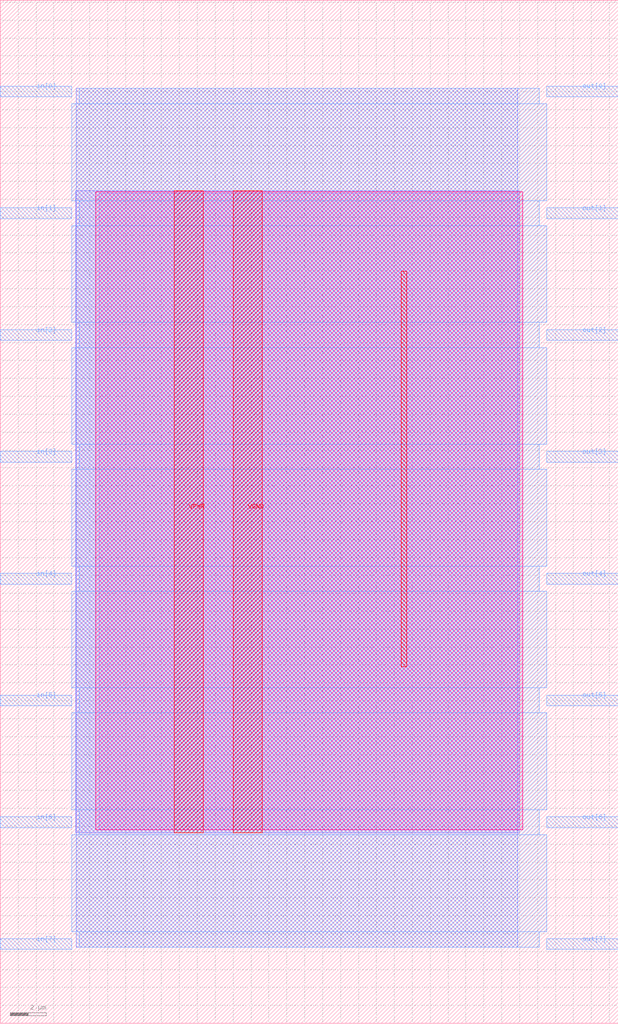
<source format=lef>
VERSION 5.7 ;
  NOWIREEXTENSIONATPIN ON ;
  DIVIDERCHAR "/" ;
  BUSBITCHARS "[]" ;
MACRO twos_complement
  CLASS BLOCK ;
  FOREIGN twos_complement ;
  ORIGIN 0.000 0.000 ;
  SIZE 34.500 BY 57.120 ;
  PIN VGND
    DIRECTION INOUT ;
    USE GROUND ;
    PORT
      LAYER met4 ;
        RECT 13.020 10.640 14.620 46.480 ;
    END
  END VGND
  PIN VPWR
    DIRECTION INOUT ;
    USE POWER ;
    PORT
      LAYER met4 ;
        RECT 9.720 10.640 11.320 46.480 ;
    END
  END VPWR
  PIN in[0]
    DIRECTION INPUT ;
    USE SIGNAL ;
    ANTENNAGATEAREA 0.126000 ;
    PORT
      LAYER met3 ;
        RECT 0.000 51.720 4.000 52.320 ;
    END
  END in[0]
  PIN in[1]
    DIRECTION INPUT ;
    USE SIGNAL ;
    ANTENNAGATEAREA 0.196500 ;
    PORT
      LAYER met3 ;
        RECT 0.000 44.920 4.000 45.520 ;
    END
  END in[1]
  PIN in[2]
    DIRECTION INPUT ;
    USE SIGNAL ;
    ANTENNAGATEAREA 0.196500 ;
    PORT
      LAYER met3 ;
        RECT 0.000 38.120 4.000 38.720 ;
    END
  END in[2]
  PIN in[3]
    DIRECTION INPUT ;
    USE SIGNAL ;
    ANTENNAGATEAREA 0.196500 ;
    PORT
      LAYER met3 ;
        RECT 0.000 31.320 4.000 31.920 ;
    END
  END in[3]
  PIN in[4]
    DIRECTION INPUT ;
    USE SIGNAL ;
    ANTENNAGATEAREA 0.196500 ;
    PORT
      LAYER met3 ;
        RECT 0.000 24.520 4.000 25.120 ;
    END
  END in[4]
  PIN in[5]
    DIRECTION INPUT ;
    USE SIGNAL ;
    ANTENNAGATEAREA 0.196500 ;
    PORT
      LAYER met3 ;
        RECT 0.000 17.720 4.000 18.320 ;
    END
  END in[5]
  PIN in[6]
    DIRECTION INPUT ;
    USE SIGNAL ;
    ANTENNAGATEAREA 0.196500 ;
    PORT
      LAYER met3 ;
        RECT 0.000 10.920 4.000 11.520 ;
    END
  END in[6]
  PIN in[7]
    DIRECTION INPUT ;
    USE SIGNAL ;
    ANTENNAGATEAREA 0.196500 ;
    PORT
      LAYER met3 ;
        RECT 0.000 4.120 4.000 4.720 ;
    END
  END in[7]
  PIN out[0]
    DIRECTION OUTPUT ;
    USE SIGNAL ;
    ANTENNADIFFAREA 0.445500 ;
    PORT
      LAYER met3 ;
        RECT 30.500 51.720 34.500 52.320 ;
    END
  END out[0]
  PIN out[1]
    DIRECTION OUTPUT ;
    USE SIGNAL ;
    ANTENNADIFFAREA 0.445500 ;
    PORT
      LAYER met3 ;
        RECT 30.500 44.920 34.500 45.520 ;
    END
  END out[1]
  PIN out[2]
    DIRECTION OUTPUT ;
    USE SIGNAL ;
    ANTENNADIFFAREA 0.445500 ;
    PORT
      LAYER met3 ;
        RECT 30.500 38.120 34.500 38.720 ;
    END
  END out[2]
  PIN out[3]
    DIRECTION OUTPUT ;
    USE SIGNAL ;
    ANTENNADIFFAREA 0.445500 ;
    PORT
      LAYER met3 ;
        RECT 30.500 31.320 34.500 31.920 ;
    END
  END out[3]
  PIN out[4]
    DIRECTION OUTPUT ;
    USE SIGNAL ;
    ANTENNADIFFAREA 0.445500 ;
    PORT
      LAYER met3 ;
        RECT 30.500 24.520 34.500 25.120 ;
    END
  END out[4]
  PIN out[5]
    DIRECTION OUTPUT ;
    USE SIGNAL ;
    ANTENNADIFFAREA 0.445500 ;
    PORT
      LAYER met3 ;
        RECT 30.500 17.720 34.500 18.320 ;
    END
  END out[5]
  PIN out[6]
    DIRECTION OUTPUT ;
    USE SIGNAL ;
    ANTENNADIFFAREA 0.445500 ;
    PORT
      LAYER met3 ;
        RECT 30.500 10.920 34.500 11.520 ;
    END
  END out[6]
  PIN out[7]
    DIRECTION OUTPUT ;
    USE SIGNAL ;
    ANTENNADIFFAREA 0.795200 ;
    PORT
      LAYER met3 ;
        RECT 30.500 4.120 34.500 4.720 ;
    END
  END out[7]
  OBS
      LAYER nwell ;
        RECT 5.330 10.795 29.170 46.430 ;
      LAYER li1 ;
        RECT 5.520 10.795 28.980 46.325 ;
      LAYER met1 ;
        RECT 4.210 10.640 28.980 46.480 ;
      LAYER met2 ;
        RECT 4.230 4.235 28.890 52.205 ;
      LAYER met3 ;
        RECT 4.400 51.320 30.100 52.185 ;
        RECT 3.990 45.920 30.500 51.320 ;
        RECT 4.400 44.520 30.100 45.920 ;
        RECT 3.990 39.120 30.500 44.520 ;
        RECT 4.400 37.720 30.100 39.120 ;
        RECT 3.990 32.320 30.500 37.720 ;
        RECT 4.400 30.920 30.100 32.320 ;
        RECT 3.990 25.520 30.500 30.920 ;
        RECT 4.400 24.120 30.100 25.520 ;
        RECT 3.990 18.720 30.500 24.120 ;
        RECT 4.400 17.320 30.100 18.720 ;
        RECT 3.990 11.920 30.500 17.320 ;
        RECT 4.400 10.520 30.100 11.920 ;
        RECT 3.990 5.120 30.500 10.520 ;
        RECT 4.400 4.255 30.100 5.120 ;
      LAYER met4 ;
        RECT 22.375 19.895 22.705 41.985 ;
  END
END twos_complement
END LIBRARY


</source>
